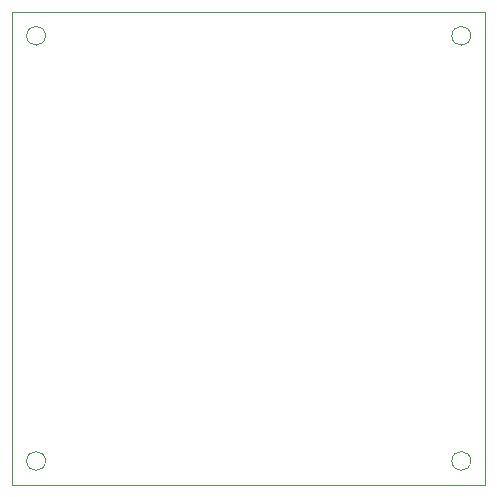
<source format=gbr>
%TF.GenerationSoftware,KiCad,Pcbnew,(6.0.8-1)-1*%
%TF.CreationDate,2022-12-29T14:46:32-05:00*%
%TF.ProjectId,Condor,436f6e64-6f72-42e6-9b69-6361645f7063,rev?*%
%TF.SameCoordinates,Original*%
%TF.FileFunction,Profile,NP*%
%FSLAX46Y46*%
G04 Gerber Fmt 4.6, Leading zero omitted, Abs format (unit mm)*
G04 Created by KiCad (PCBNEW (6.0.8-1)-1) date 2022-12-29 14:46:32*
%MOMM*%
%LPD*%
G01*
G04 APERTURE LIST*
%TA.AperFunction,Profile*%
%ADD10C,0.100000*%
%TD*%
G04 APERTURE END LIST*
D10*
X157800000Y-82000000D02*
G75*
G03*
X157800000Y-82000000I-800000J0D01*
G01*
X193800000Y-82000000D02*
G75*
G03*
X193800000Y-82000000I-800000J0D01*
G01*
X157800000Y-118000000D02*
G75*
G03*
X157800000Y-118000000I-800000J0D01*
G01*
X193800000Y-118000000D02*
G75*
G03*
X193800000Y-118000000I-800000J0D01*
G01*
X195000000Y-120000000D02*
X155000000Y-120000000D01*
X155000000Y-120000000D02*
X155000000Y-80000000D01*
X155000000Y-80000000D02*
X195000000Y-80000000D01*
X195000000Y-80000000D02*
X195000000Y-120000000D01*
M02*

</source>
